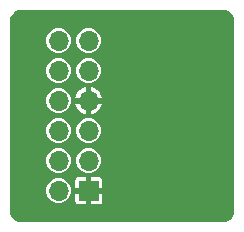
<source format=gbr>
%TF.GenerationSoftware,KiCad,Pcbnew,8.0.6*%
%TF.CreationDate,2024-12-02T22:07:59+01:00*%
%TF.ProjectId,daughter_board,64617567-6874-4657-925f-626f6172642e,rev?*%
%TF.SameCoordinates,Original*%
%TF.FileFunction,Copper,L2,Bot*%
%TF.FilePolarity,Positive*%
%FSLAX46Y46*%
G04 Gerber Fmt 4.6, Leading zero omitted, Abs format (unit mm)*
G04 Created by KiCad (PCBNEW 8.0.6) date 2024-12-02 22:07:59*
%MOMM*%
%LPD*%
G01*
G04 APERTURE LIST*
%TA.AperFunction,ComponentPad*%
%ADD10R,1.700000X1.700000*%
%TD*%
%TA.AperFunction,ComponentPad*%
%ADD11O,1.700000X1.700000*%
%TD*%
%TA.AperFunction,ViaPad*%
%ADD12C,0.700000*%
%TD*%
G04 APERTURE END LIST*
D10*
%TO.P,J2,1,Pin_1*%
%TO.N,GND*%
X164167208Y-63499952D03*
D11*
%TO.P,J2,2,Pin_2*%
%TO.N,/ADC0*%
X161627208Y-63499952D03*
%TO.P,J2,3,Pin_3*%
%TO.N,/ADC1*%
X164167208Y-60959952D03*
%TO.P,J2,4,Pin_4*%
%TO.N,/ADC2*%
X161627208Y-60959952D03*
%TO.P,J2,5,Pin_5*%
%TO.N,/ADC3*%
X164167208Y-58419953D03*
%TO.P,J2,6,Pin_6*%
%TO.N,/ADC4*%
X161627208Y-58419952D03*
%TO.P,J2,7,Pin_7*%
%TO.N,GND*%
X164167208Y-55879952D03*
%TO.P,J2,8,Pin_8*%
%TO.N,+3.3V*%
X161627208Y-55879952D03*
%TO.P,J2,9,Pin_9*%
%TO.N,/SELECT0*%
X164167208Y-53339952D03*
%TO.P,J2,10,Pin_10*%
%TO.N,/SELECT1*%
X161627208Y-53339952D03*
%TO.P,J2,11,Pin_11*%
%TO.N,/SELECT2*%
X164167208Y-50799952D03*
%TO.P,J2,12,Pin_12*%
%TO.N,/SELECT3*%
X161627208Y-50799952D03*
%TD*%
D12*
%TO.N,GND*%
X172107201Y-64296282D03*
X165906013Y-55847707D03*
X167029658Y-49448103D03*
X174647201Y-56676282D03*
X160883068Y-62210104D03*
X172342824Y-57001124D03*
X169567201Y-61756282D03*
X167027201Y-56676282D03*
X167027201Y-64296282D03*
X172107201Y-51596282D03*
X172107201Y-54136282D03*
X160920275Y-54619876D03*
X159407201Y-51596282D03*
X160845861Y-52052593D03*
X172109658Y-49448103D03*
X169567201Y-64296282D03*
X159407201Y-54136282D03*
X160845861Y-57149952D03*
X169567201Y-51596282D03*
X159407201Y-61756282D03*
X174647201Y-59216282D03*
X159409658Y-49448103D03*
X160883068Y-59680028D03*
X169569658Y-49448103D03*
X172107201Y-61756282D03*
X159407201Y-59216282D03*
X159407201Y-64296282D03*
X159407201Y-56676282D03*
X162631797Y-64554145D03*
X174647201Y-64296282D03*
X172107201Y-59216282D03*
X174649658Y-49448103D03*
X174647201Y-61756282D03*
%TD*%
%TA.AperFunction,Conductor*%
%TO.N,GND*%
G36*
X175516160Y-48187198D02*
G01*
X175602029Y-48189340D01*
X175623467Y-48191722D01*
X175793404Y-48225523D01*
X175817042Y-48232693D01*
X175975643Y-48298386D01*
X175975658Y-48298392D01*
X175997433Y-48310030D01*
X176140201Y-48405420D01*
X176159281Y-48421079D01*
X176219988Y-48481783D01*
X176280688Y-48542481D01*
X176296357Y-48561573D01*
X176391744Y-48704320D01*
X176403388Y-48726103D01*
X176469093Y-48884715D01*
X176476264Y-48908351D01*
X176510068Y-49078262D01*
X176512452Y-49099757D01*
X176514559Y-49185610D01*
X176514597Y-49188701D01*
X176514597Y-65185754D01*
X176514566Y-65188554D01*
X176512657Y-65274439D01*
X176510267Y-65296218D01*
X176476492Y-65466036D01*
X176469322Y-65489675D01*
X176403605Y-65648332D01*
X176391960Y-65670117D01*
X176296554Y-65812898D01*
X176280883Y-65831993D01*
X176159446Y-65953422D01*
X176140350Y-65969092D01*
X175997562Y-66064491D01*
X175975775Y-66076135D01*
X175817115Y-66141841D01*
X175793476Y-66149010D01*
X175623616Y-66182782D01*
X175601917Y-66185168D01*
X175519274Y-66187052D01*
X175516043Y-66187126D01*
X175513174Y-66187159D01*
X158515999Y-66187159D01*
X158513172Y-66187127D01*
X158508074Y-66187012D01*
X158427306Y-66185199D01*
X158405553Y-66182810D01*
X158281778Y-66158189D01*
X158235724Y-66149028D01*
X158212091Y-66141859D01*
X158147318Y-66115028D01*
X158053439Y-66076140D01*
X158031655Y-66064496D01*
X157914103Y-65985947D01*
X157888870Y-65969086D01*
X157869778Y-65953417D01*
X157748350Y-65831983D01*
X157732686Y-65812896D01*
X157637282Y-65670106D01*
X157625639Y-65648322D01*
X157559926Y-65489665D01*
X157552759Y-65466035D01*
X157518977Y-65296168D01*
X157516591Y-65274484D01*
X157514629Y-65188554D01*
X157514597Y-65185725D01*
X157514597Y-63499948D01*
X160571625Y-63499948D01*
X160571625Y-63499955D01*
X160591906Y-63705879D01*
X160591907Y-63705885D01*
X160591908Y-63705886D01*
X160651976Y-63903906D01*
X160749523Y-64086402D01*
X160880798Y-64246362D01*
X161040758Y-64377637D01*
X161223254Y-64475184D01*
X161421274Y-64535252D01*
X161421278Y-64535252D01*
X161421280Y-64535253D01*
X161627205Y-64555535D01*
X161627208Y-64555535D01*
X161627211Y-64555535D01*
X161833135Y-64535253D01*
X161833136Y-64535252D01*
X161833142Y-64535252D01*
X162031162Y-64475184D01*
X162213658Y-64377637D01*
X162373618Y-64246362D01*
X162504893Y-64086402D01*
X162602440Y-63903906D01*
X162662508Y-63705886D01*
X162682791Y-63499952D01*
X162662508Y-63294018D01*
X162602440Y-63095998D01*
X162504893Y-62913502D01*
X162373618Y-62753542D01*
X162213658Y-62622267D01*
X162213656Y-62622266D01*
X162213655Y-62622265D01*
X162181933Y-62605309D01*
X163018208Y-62605309D01*
X163018208Y-63249952D01*
X163734196Y-63249952D01*
X163701283Y-63306959D01*
X163667208Y-63434126D01*
X163667208Y-63565778D01*
X163701283Y-63692945D01*
X163734196Y-63749952D01*
X163018208Y-63749952D01*
X163018208Y-64394594D01*
X163021108Y-64419592D01*
X163066261Y-64521854D01*
X163066262Y-64521856D01*
X163145303Y-64600897D01*
X163145305Y-64600898D01*
X163247567Y-64646051D01*
X163247566Y-64646051D01*
X163272565Y-64648951D01*
X163272567Y-64648952D01*
X163917208Y-64648952D01*
X163917208Y-63932964D01*
X163974215Y-63965877D01*
X164101382Y-63999952D01*
X164233034Y-63999952D01*
X164360201Y-63965877D01*
X164417208Y-63932964D01*
X164417208Y-64648952D01*
X165061849Y-64648952D01*
X165061850Y-64648951D01*
X165086848Y-64646051D01*
X165189110Y-64600898D01*
X165189112Y-64600897D01*
X165268153Y-64521856D01*
X165268154Y-64521854D01*
X165313307Y-64419592D01*
X165316207Y-64394594D01*
X165316208Y-64394592D01*
X165316208Y-63749952D01*
X164600220Y-63749952D01*
X164633133Y-63692945D01*
X164667208Y-63565778D01*
X164667208Y-63434126D01*
X164633133Y-63306959D01*
X164600220Y-63249952D01*
X165316208Y-63249952D01*
X165316208Y-62605311D01*
X165316207Y-62605309D01*
X165313307Y-62580311D01*
X165268154Y-62478049D01*
X165268153Y-62478047D01*
X165189112Y-62399006D01*
X165189110Y-62399005D01*
X165086848Y-62353852D01*
X165086849Y-62353852D01*
X165061850Y-62350952D01*
X164417208Y-62350952D01*
X164417208Y-63066940D01*
X164360201Y-63034027D01*
X164233034Y-62999952D01*
X164101382Y-62999952D01*
X163974215Y-63034027D01*
X163917208Y-63066940D01*
X163917208Y-62350952D01*
X163272565Y-62350952D01*
X163247567Y-62353852D01*
X163145305Y-62399005D01*
X163145303Y-62399006D01*
X163066262Y-62478047D01*
X163066261Y-62478049D01*
X163021108Y-62580311D01*
X163018208Y-62605309D01*
X162181933Y-62605309D01*
X162031162Y-62524720D01*
X161833142Y-62464652D01*
X161833141Y-62464651D01*
X161833135Y-62464650D01*
X161627211Y-62444369D01*
X161627205Y-62444369D01*
X161421280Y-62464650D01*
X161223253Y-62524720D01*
X161040760Y-62622265D01*
X160880798Y-62753542D01*
X160749521Y-62913504D01*
X160651976Y-63095997D01*
X160591906Y-63294024D01*
X160571625Y-63499948D01*
X157514597Y-63499948D01*
X157514597Y-60959948D01*
X160571625Y-60959948D01*
X160571625Y-60959955D01*
X160591906Y-61165879D01*
X160591907Y-61165885D01*
X160591908Y-61165886D01*
X160651976Y-61363906D01*
X160749523Y-61546402D01*
X160880798Y-61706362D01*
X161040758Y-61837637D01*
X161223254Y-61935184D01*
X161421274Y-61995252D01*
X161421278Y-61995252D01*
X161421280Y-61995253D01*
X161627205Y-62015535D01*
X161627208Y-62015535D01*
X161627211Y-62015535D01*
X161833135Y-61995253D01*
X161833136Y-61995252D01*
X161833142Y-61995252D01*
X162031162Y-61935184D01*
X162213658Y-61837637D01*
X162373618Y-61706362D01*
X162504893Y-61546402D01*
X162602440Y-61363906D01*
X162662508Y-61165886D01*
X162682791Y-60959952D01*
X162682791Y-60959948D01*
X163111625Y-60959948D01*
X163111625Y-60959955D01*
X163131906Y-61165879D01*
X163131907Y-61165885D01*
X163131908Y-61165886D01*
X163191976Y-61363906D01*
X163289523Y-61546402D01*
X163420798Y-61706362D01*
X163580758Y-61837637D01*
X163763254Y-61935184D01*
X163961274Y-61995252D01*
X163961278Y-61995252D01*
X163961280Y-61995253D01*
X164167205Y-62015535D01*
X164167208Y-62015535D01*
X164167211Y-62015535D01*
X164373135Y-61995253D01*
X164373136Y-61995252D01*
X164373142Y-61995252D01*
X164571162Y-61935184D01*
X164753658Y-61837637D01*
X164913618Y-61706362D01*
X165044893Y-61546402D01*
X165142440Y-61363906D01*
X165202508Y-61165886D01*
X165222791Y-60959952D01*
X165202508Y-60754018D01*
X165142440Y-60555998D01*
X165044893Y-60373502D01*
X164913618Y-60213542D01*
X164753658Y-60082267D01*
X164753656Y-60082266D01*
X164753655Y-60082265D01*
X164571162Y-59984720D01*
X164373135Y-59924650D01*
X164167211Y-59904369D01*
X164167205Y-59904369D01*
X163961280Y-59924650D01*
X163763253Y-59984720D01*
X163580760Y-60082265D01*
X163420798Y-60213542D01*
X163289521Y-60373504D01*
X163191976Y-60555997D01*
X163131906Y-60754024D01*
X163111625Y-60959948D01*
X162682791Y-60959948D01*
X162662508Y-60754018D01*
X162602440Y-60555998D01*
X162504893Y-60373502D01*
X162373618Y-60213542D01*
X162213658Y-60082267D01*
X162213656Y-60082266D01*
X162213655Y-60082265D01*
X162031162Y-59984720D01*
X161833135Y-59924650D01*
X161627211Y-59904369D01*
X161627205Y-59904369D01*
X161421280Y-59924650D01*
X161223253Y-59984720D01*
X161040760Y-60082265D01*
X160880798Y-60213542D01*
X160749521Y-60373504D01*
X160651976Y-60555997D01*
X160591906Y-60754024D01*
X160571625Y-60959948D01*
X157514597Y-60959948D01*
X157514597Y-58419948D01*
X160571625Y-58419948D01*
X160571625Y-58419955D01*
X160591906Y-58625879D01*
X160591907Y-58625885D01*
X160591908Y-58625886D01*
X160651976Y-58823906D01*
X160749523Y-59006402D01*
X160880798Y-59166362D01*
X161040758Y-59297637D01*
X161223254Y-59395184D01*
X161421274Y-59455252D01*
X161421278Y-59455252D01*
X161421280Y-59455253D01*
X161627205Y-59475535D01*
X161627208Y-59475535D01*
X161627211Y-59475535D01*
X161833135Y-59455253D01*
X161833136Y-59455252D01*
X161833142Y-59455252D01*
X162031162Y-59395184D01*
X162213658Y-59297637D01*
X162373618Y-59166362D01*
X162504893Y-59006402D01*
X162602440Y-58823906D01*
X162662508Y-58625886D01*
X162682791Y-58419952D01*
X162682791Y-58419949D01*
X163111625Y-58419949D01*
X163111625Y-58419956D01*
X163131906Y-58625880D01*
X163191976Y-58823907D01*
X163289520Y-59006399D01*
X163289523Y-59006403D01*
X163420798Y-59166363D01*
X163580758Y-59297638D01*
X163763254Y-59395185D01*
X163961274Y-59455253D01*
X163961278Y-59455253D01*
X163961280Y-59455254D01*
X164167205Y-59475536D01*
X164167208Y-59475536D01*
X164167211Y-59475536D01*
X164373135Y-59455254D01*
X164373136Y-59455253D01*
X164373142Y-59455253D01*
X164571162Y-59395185D01*
X164753658Y-59297638D01*
X164913618Y-59166363D01*
X165044893Y-59006403D01*
X165142440Y-58823907D01*
X165202508Y-58625887D01*
X165222791Y-58419953D01*
X165202508Y-58214024D01*
X165202508Y-58214023D01*
X165202508Y-58214019D01*
X165142440Y-58015999D01*
X165044893Y-57833503D01*
X164913618Y-57673543D01*
X164753658Y-57542268D01*
X164753656Y-57542267D01*
X164753655Y-57542266D01*
X164571162Y-57444721D01*
X164373135Y-57384651D01*
X164167211Y-57364370D01*
X164167205Y-57364370D01*
X163961280Y-57384651D01*
X163763253Y-57444721D01*
X163580760Y-57542266D01*
X163420798Y-57673543D01*
X163289521Y-57833505D01*
X163191976Y-58015998D01*
X163131906Y-58214025D01*
X163111625Y-58419949D01*
X162682791Y-58419949D01*
X162662508Y-58214018D01*
X162602440Y-58015998D01*
X162504893Y-57833502D01*
X162373618Y-57673542D01*
X162213658Y-57542267D01*
X162213656Y-57542266D01*
X162213655Y-57542265D01*
X162031162Y-57444720D01*
X161833135Y-57384650D01*
X161627211Y-57364369D01*
X161627205Y-57364369D01*
X161421280Y-57384650D01*
X161223253Y-57444720D01*
X161040760Y-57542265D01*
X160880798Y-57673542D01*
X160749521Y-57833504D01*
X160651976Y-58015997D01*
X160591906Y-58214024D01*
X160571625Y-58419948D01*
X157514597Y-58419948D01*
X157514597Y-55879948D01*
X160571625Y-55879948D01*
X160571625Y-55879955D01*
X160591906Y-56085879D01*
X160591907Y-56085885D01*
X160591908Y-56085886D01*
X160651976Y-56283906D01*
X160749523Y-56466402D01*
X160880798Y-56626362D01*
X161040758Y-56757637D01*
X161223254Y-56855184D01*
X161421274Y-56915252D01*
X161421278Y-56915252D01*
X161421280Y-56915253D01*
X161627205Y-56935535D01*
X161627208Y-56935535D01*
X161627211Y-56935535D01*
X161833135Y-56915253D01*
X161833136Y-56915252D01*
X161833142Y-56915252D01*
X162031162Y-56855184D01*
X162213658Y-56757637D01*
X162373618Y-56626362D01*
X162504893Y-56466402D01*
X162602440Y-56283906D01*
X162662508Y-56085886D01*
X162682791Y-55879952D01*
X162662508Y-55674018D01*
X162649141Y-55629951D01*
X163043736Y-55629951D01*
X163043737Y-55629952D01*
X163734196Y-55629952D01*
X163701283Y-55686959D01*
X163667208Y-55814126D01*
X163667208Y-55945778D01*
X163701283Y-56072945D01*
X163734196Y-56129952D01*
X163043737Y-56129952D01*
X163091205Y-56296788D01*
X163091208Y-56296796D01*
X163186125Y-56487415D01*
X163314447Y-56657343D01*
X163471813Y-56800801D01*
X163652854Y-56912897D01*
X163652865Y-56912902D01*
X163851418Y-56989822D01*
X163851416Y-56989822D01*
X163917208Y-57002120D01*
X163917208Y-56312964D01*
X163974215Y-56345877D01*
X164101382Y-56379952D01*
X164233034Y-56379952D01*
X164360201Y-56345877D01*
X164417208Y-56312964D01*
X164417208Y-57002120D01*
X164482998Y-56989822D01*
X164681550Y-56912902D01*
X164681561Y-56912897D01*
X164862602Y-56800801D01*
X165019968Y-56657343D01*
X165148290Y-56487415D01*
X165243207Y-56296796D01*
X165243210Y-56296788D01*
X165290679Y-56129952D01*
X164600220Y-56129952D01*
X164633133Y-56072945D01*
X164667208Y-55945778D01*
X164667208Y-55814126D01*
X164633133Y-55686959D01*
X164600220Y-55629952D01*
X165290679Y-55629952D01*
X165290679Y-55629951D01*
X165243210Y-55463115D01*
X165243207Y-55463107D01*
X165148290Y-55272488D01*
X165019968Y-55102560D01*
X164862602Y-54959102D01*
X164681561Y-54847006D01*
X164681550Y-54847001D01*
X164483000Y-54770081D01*
X164417208Y-54757782D01*
X164417208Y-55446940D01*
X164360201Y-55414027D01*
X164233034Y-55379952D01*
X164101382Y-55379952D01*
X163974215Y-55414027D01*
X163917208Y-55446940D01*
X163917208Y-54757782D01*
X163851415Y-54770081D01*
X163652865Y-54847001D01*
X163652854Y-54847006D01*
X163471813Y-54959102D01*
X163314447Y-55102560D01*
X163186125Y-55272488D01*
X163091208Y-55463107D01*
X163091205Y-55463115D01*
X163043736Y-55629951D01*
X162649141Y-55629951D01*
X162602440Y-55475998D01*
X162504893Y-55293502D01*
X162373618Y-55133542D01*
X162213658Y-55002267D01*
X162213656Y-55002266D01*
X162213655Y-55002265D01*
X162031162Y-54904720D01*
X161840902Y-54847006D01*
X161833142Y-54844652D01*
X161833141Y-54844651D01*
X161833135Y-54844650D01*
X161627211Y-54824369D01*
X161627205Y-54824369D01*
X161421280Y-54844650D01*
X161223253Y-54904720D01*
X161040760Y-55002265D01*
X160880798Y-55133542D01*
X160749521Y-55293504D01*
X160651976Y-55475997D01*
X160591906Y-55674024D01*
X160571625Y-55879948D01*
X157514597Y-55879948D01*
X157514597Y-53339948D01*
X160571625Y-53339948D01*
X160571625Y-53339955D01*
X160591906Y-53545879D01*
X160591907Y-53545885D01*
X160591908Y-53545886D01*
X160651976Y-53743906D01*
X160749523Y-53926402D01*
X160880798Y-54086362D01*
X161040758Y-54217637D01*
X161223254Y-54315184D01*
X161421274Y-54375252D01*
X161421278Y-54375252D01*
X161421280Y-54375253D01*
X161627205Y-54395535D01*
X161627208Y-54395535D01*
X161627211Y-54395535D01*
X161833135Y-54375253D01*
X161833136Y-54375252D01*
X161833142Y-54375252D01*
X162031162Y-54315184D01*
X162213658Y-54217637D01*
X162373618Y-54086362D01*
X162504893Y-53926402D01*
X162602440Y-53743906D01*
X162662508Y-53545886D01*
X162682791Y-53339952D01*
X162682791Y-53339948D01*
X163111625Y-53339948D01*
X163111625Y-53339955D01*
X163131906Y-53545879D01*
X163131907Y-53545885D01*
X163131908Y-53545886D01*
X163191976Y-53743906D01*
X163289523Y-53926402D01*
X163420798Y-54086362D01*
X163580758Y-54217637D01*
X163763254Y-54315184D01*
X163961274Y-54375252D01*
X163961278Y-54375252D01*
X163961280Y-54375253D01*
X164167205Y-54395535D01*
X164167208Y-54395535D01*
X164167211Y-54395535D01*
X164373135Y-54375253D01*
X164373136Y-54375252D01*
X164373142Y-54375252D01*
X164571162Y-54315184D01*
X164753658Y-54217637D01*
X164913618Y-54086362D01*
X165044893Y-53926402D01*
X165142440Y-53743906D01*
X165202508Y-53545886D01*
X165222791Y-53339952D01*
X165202508Y-53134018D01*
X165142440Y-52935998D01*
X165044893Y-52753502D01*
X164913618Y-52593542D01*
X164753658Y-52462267D01*
X164753656Y-52462266D01*
X164753655Y-52462265D01*
X164571162Y-52364720D01*
X164373135Y-52304650D01*
X164167211Y-52284369D01*
X164167205Y-52284369D01*
X163961280Y-52304650D01*
X163763253Y-52364720D01*
X163580760Y-52462265D01*
X163420798Y-52593542D01*
X163289521Y-52753504D01*
X163191976Y-52935997D01*
X163131906Y-53134024D01*
X163111625Y-53339948D01*
X162682791Y-53339948D01*
X162662508Y-53134018D01*
X162602440Y-52935998D01*
X162504893Y-52753502D01*
X162373618Y-52593542D01*
X162213658Y-52462267D01*
X162213656Y-52462266D01*
X162213655Y-52462265D01*
X162031162Y-52364720D01*
X161833135Y-52304650D01*
X161627211Y-52284369D01*
X161627205Y-52284369D01*
X161421280Y-52304650D01*
X161223253Y-52364720D01*
X161040760Y-52462265D01*
X160880798Y-52593542D01*
X160749521Y-52753504D01*
X160651976Y-52935997D01*
X160591906Y-53134024D01*
X160571625Y-53339948D01*
X157514597Y-53339948D01*
X157514597Y-50799948D01*
X160571625Y-50799948D01*
X160571625Y-50799955D01*
X160591906Y-51005879D01*
X160591907Y-51005885D01*
X160591908Y-51005886D01*
X160651976Y-51203906D01*
X160749523Y-51386402D01*
X160880798Y-51546362D01*
X161040758Y-51677637D01*
X161223254Y-51775184D01*
X161421274Y-51835252D01*
X161421278Y-51835252D01*
X161421280Y-51835253D01*
X161627205Y-51855535D01*
X161627208Y-51855535D01*
X161627211Y-51855535D01*
X161833135Y-51835253D01*
X161833136Y-51835252D01*
X161833142Y-51835252D01*
X162031162Y-51775184D01*
X162213658Y-51677637D01*
X162373618Y-51546362D01*
X162504893Y-51386402D01*
X162602440Y-51203906D01*
X162662508Y-51005886D01*
X162682791Y-50799952D01*
X162682791Y-50799948D01*
X163111625Y-50799948D01*
X163111625Y-50799955D01*
X163131906Y-51005879D01*
X163131907Y-51005885D01*
X163131908Y-51005886D01*
X163191976Y-51203906D01*
X163289523Y-51386402D01*
X163420798Y-51546362D01*
X163580758Y-51677637D01*
X163763254Y-51775184D01*
X163961274Y-51835252D01*
X163961278Y-51835252D01*
X163961280Y-51835253D01*
X164167205Y-51855535D01*
X164167208Y-51855535D01*
X164167211Y-51855535D01*
X164373135Y-51835253D01*
X164373136Y-51835252D01*
X164373142Y-51835252D01*
X164571162Y-51775184D01*
X164753658Y-51677637D01*
X164913618Y-51546362D01*
X165044893Y-51386402D01*
X165142440Y-51203906D01*
X165202508Y-51005886D01*
X165222791Y-50799952D01*
X165202508Y-50594018D01*
X165142440Y-50395998D01*
X165044893Y-50213502D01*
X164913618Y-50053542D01*
X164753658Y-49922267D01*
X164753656Y-49922266D01*
X164753655Y-49922265D01*
X164571162Y-49824720D01*
X164373135Y-49764650D01*
X164167211Y-49744369D01*
X164167205Y-49744369D01*
X163961280Y-49764650D01*
X163763253Y-49824720D01*
X163580760Y-49922265D01*
X163420798Y-50053542D01*
X163289521Y-50213504D01*
X163191976Y-50395997D01*
X163131906Y-50594024D01*
X163111625Y-50799948D01*
X162682791Y-50799948D01*
X162662508Y-50594018D01*
X162602440Y-50395998D01*
X162504893Y-50213502D01*
X162373618Y-50053542D01*
X162213658Y-49922267D01*
X162213656Y-49922266D01*
X162213655Y-49922265D01*
X162031162Y-49824720D01*
X161833135Y-49764650D01*
X161627211Y-49744369D01*
X161627205Y-49744369D01*
X161421280Y-49764650D01*
X161223253Y-49824720D01*
X161040760Y-49922265D01*
X160880798Y-50053542D01*
X160749521Y-50213504D01*
X160651976Y-50395997D01*
X160591906Y-50594024D01*
X160571625Y-50799948D01*
X157514597Y-50799948D01*
X157514597Y-49188740D01*
X157514637Y-49185571D01*
X157514700Y-49183051D01*
X157516798Y-49099706D01*
X157519177Y-49078315D01*
X157552989Y-48908350D01*
X157560156Y-48884727D01*
X157625859Y-48726109D01*
X157637495Y-48704337D01*
X157732886Y-48561570D01*
X157748541Y-48542494D01*
X157869948Y-48421079D01*
X157889022Y-48405425D01*
X158031781Y-48310025D01*
X158053546Y-48298390D01*
X158212174Y-48232672D01*
X158235792Y-48225506D01*
X158405705Y-48191694D01*
X158427195Y-48189309D01*
X158513052Y-48187196D01*
X158516151Y-48187159D01*
X175513018Y-48187159D01*
X175516160Y-48187198D01*
G37*
%TD.AperFunction*%
%TD*%
M02*

</source>
